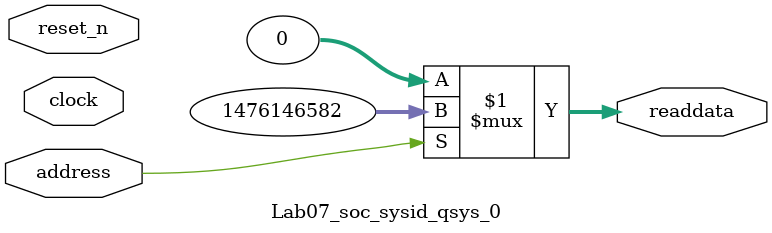
<source format=v>

`timescale 1ns / 1ps
// synthesis translate_on

// turn off superfluous verilog processor warnings 
// altera message_level Level1 
// altera message_off 10034 10035 10036 10037 10230 10240 10030 

module Lab07_soc_sysid_qsys_0 (
               // inputs:
                address,
                clock,
                reset_n,

               // outputs:
                readdata
             )
;

  output  [ 31: 0] readdata;
  input            address;
  input            clock;
  input            reset_n;

  wire    [ 31: 0] readdata;
  //control_slave, which is an e_avalon_slave
  assign readdata = address ? 1476146582 : 0;

endmodule




</source>
